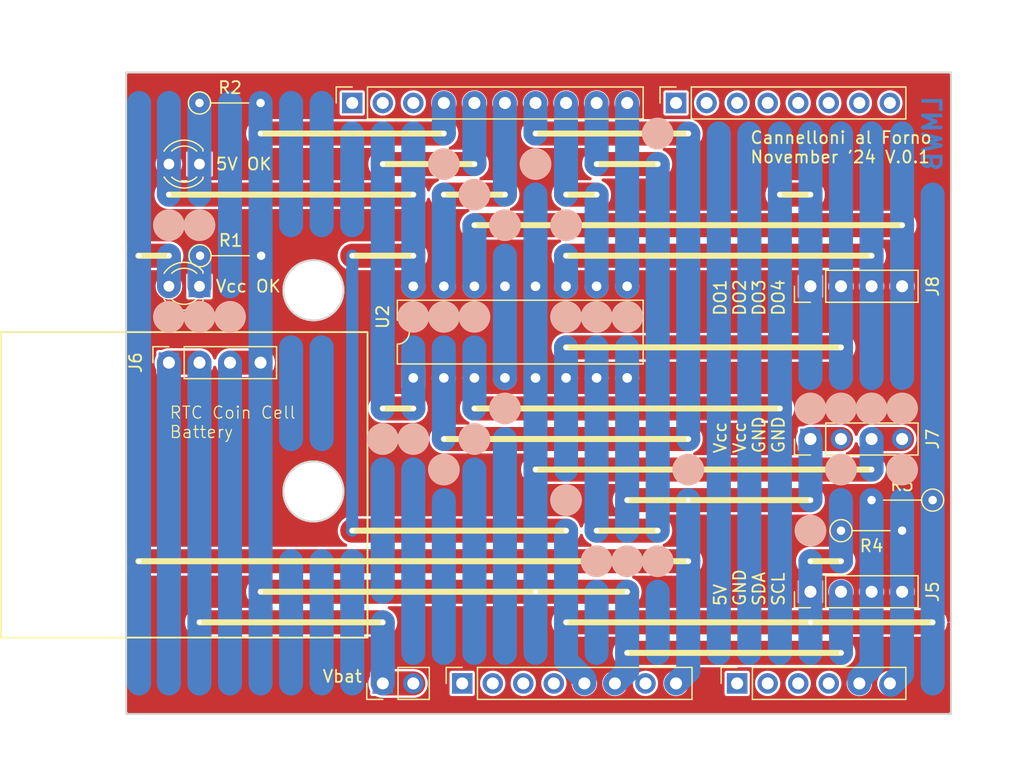
<source format=kicad_pcb>
(kicad_pcb (version 20240108) (generator "pcbnew") (generator_version "8.0")
  (title_block (title "Cannelloni al Forme") (date "2024-11-07") (rev "V.0.1") (company "LMWB"))
  (layers (0 "F.Cu" signal) (31 "B.Cu" signal) (34 "B.Paste" user) (35 "F.Paste" user) (36 "B.SilkS" user "B.Silkscreen") (37 "F.SilkS" user "F.Silkscreen") (38 "B.Mask" user) (39 "F.Mask" user) (44 "Edge.Cuts" user))
  (net 0 "")
  (net 1 "GND")
  (net 2 "+5V")
  (net 3 "/IOREF")
  (net 4 "/A0")
  (net 5 "/A1")
  (net 6 "/A2")
  (net 7 "/A3")
  (net 8 "/SDA{slash}A4")
  (net 9 "/SCL{slash}A5")
  (net 10 "/13")
  (net 11 "/12")
  (net 12 "/AREF")
  (net 13 "/8")
  (net 14 "/7")
  (net 15 "/*11")
  (net 16 "/*10")
  (net 17 "/*9")
  (net 18 "/4")
  (net 19 "Net-(D2-K)")
  (net 20 "/*6")
  (net 21 "/*5")
  (net 22 "/TX{slash}1")
  (net 23 "/RX{slash}0")
  (net 24 "+3V3")
  (net 25 "VCC")
  (net 26 "/~{RESET}")
  (net 28 "/2")
  (net 29 "/*3")
  (net 30 "/DO4")
  (net 31 "/DO1")
  (net 32 "/DO2")
  (net 33 "/DO3")
  (net 34 "VAA")
  (net 35 "Net-(D1-K)")
  (footprint "Connector_PinSocket_2.54mm:PinSocket_1x08_P2.54mm_Vertical" (layer "F.Cu") (at 72.644 76.2 90)
    (property "Reference" "J1" (hide yes))
    (property "Value" "Power")
    (fp_line (start 1.33 -1.33) (end 1.33 0) (stroke (width 0.12)) (layer "F.SilkS"))
    (fp_line (start 0 -1.33) (end 1.33 -1.33) (stroke (width 0.12)) (layer "F.SilkS"))
    (fp_line (start 1.33 1.27) (end 1.33 19.11) (stroke (width 0.12)) (layer "F.SilkS"))
    (fp_line (start -1.33 1.27) (end 1.33 1.27) (stroke (width 0.12)) (layer "F.SilkS"))
    (fp_line (start -1.33 1.27) (end -1.33 19.11) (stroke (width 0.12)) (layer "F.SilkS"))
    (fp_line (start -1.33 19.11) (end 1.33 19.11) (stroke (width 0.12)) (layer "F.SilkS"))
    (pad "1" thru_hole rect (at 0 0 90) (size 1.7 1.7) (drill 1) (layers "*.Cu" "*.Mask"))
    (pad "2" thru_hole oval (at 0 2.54 90) (size 1.7 1.7) (drill 1) (layers "*.Cu" "*.Mask") (net 3 "/IOREF"))
    (pad "3" thru_hole oval (at 0 5.08 90) (size 1.7 1.7) (drill 1) (layers "*.Cu" "*.Mask") (net 26 "/~{RESET}"))
    (pad "4" thru_hole oval (at 0 7.62 90) (size 1.7 1.7) (drill 1) (layers "*.Cu" "*.Mask") (net 24 "+3V3"))
    (pad "5" thru_hole oval (at 0 10.16 90) (size 1.7 1.7) (drill 1) (layers "*.Cu" "*.Mask") (net 2 "+5V"))
    (pad "6" thru_hole oval (at 0 12.7 90) (size 1.7 1.7) (drill 1) (layers "*.Cu" "*.Mask") (net 1 "GND"))
    (pad "7" thru_hole oval (at 0 15.24 90) (size 1.7 1.7) (drill 1) (layers "*.Cu" "*.Mask") (net 1 "GND"))
    (pad "8" thru_hole oval (at 0 17.78 90) (size 1.7 1.7) (drill 1) (layers "*.Cu" "*.Mask") (net 25 "VCC"))
  )
  (footprint "Connector_PinSocket_2.54mm:PinSocket_1x06_P2.54mm_Vertical" (layer "F.Cu") (at 95.504 76.2 90)
    (property "Reference" "J3" (hide yes))
    (property "Value" "Analog")
    (fp_line (start 1.33 -1.33) (end 1.33 0) (stroke (width 0.12)) (layer "F.SilkS"))
    (fp_line (start 0 -1.33) (end 1.33 -1.33) (stroke (width 0.12)) (layer "F.SilkS"))
    (fp_line (start 1.33 1.27) (end 1.33 14.03) (stroke (width 0.12)) (layer "F.SilkS"))
    (fp_line (start -1.33 1.27) (end 1.33 1.27) (stroke (width 0.12)) (layer "F.SilkS"))
    (fp_line (start -1.33 1.27) (end -1.33 14.03) (stroke (width 0.12)) (layer "F.SilkS"))
    (fp_line (start -1.33 14.03) (end 1.33 14.03) (stroke (width 0.12)) (layer "F.SilkS"))
    (pad "1" thru_hole rect (at 0 0 90) (size 1.7 1.7) (drill 1) (layers "*.Cu" "*.Mask") (net 4 "/A0"))
    (pad "2" thru_hole oval (at 0 2.54 90) (size 1.7 1.7) (drill 1) (layers "*.Cu" "*.Mask") (net 5 "/A1"))
    (pad "3" thru_hole oval (at 0 5.08 90) (size 1.7 1.7) (drill 1) (layers "*.Cu" "*.Mask") (net 6 "/A2"))
    (pad "4" thru_hole oval (at 0 7.62 90) (size 1.7 1.7) (drill 1) (layers "*.Cu" "*.Mask") (net 7 "/A3"))
    (pad "5" thru_hole oval (at 0 10.16 90) (size 1.7 1.7) (drill 1) (layers "*.Cu" "*.Mask") (net 8 "/SDA{slash}A4"))
    (pad "6" thru_hole oval (at 0 12.7 90) (size 1.7 1.7) (drill 1) (layers "*.Cu" "*.Mask") (net 9 "/SCL{slash}A5"))
  )
  (footprint "Connector_PinSocket_2.54mm:PinSocket_1x10_P2.54mm_Vertical" (layer "F.Cu") (at 63.5 27.94 90)
    (property "Reference" "J2" (hide yes))
    (property "Value" "Digital/PWM")
    (fp_line (start 1.33 -1.33) (end 1.33 0) (stroke (width 0.12)) (layer "F.SilkS"))
    (fp_line (start 0 -1.33) (end 1.33 -1.33) (stroke (width 0.12)) (layer "F.SilkS"))
    (fp_line (start 1.33 1.27) (end 1.33 24.19) (stroke (width 0.12)) (layer "F.SilkS"))
    (fp_line (start -1.33 1.27) (end 1.33 1.27) (stroke (width 0.12)) (layer "F.SilkS"))
    (fp_line (start -1.33 1.27) (end -1.33 24.19) (stroke (width 0.12)) (layer "F.SilkS"))
    (fp_line (start -1.33 24.19) (end 1.33 24.19) (stroke (width 0.12)) (layer "F.SilkS"))
    (pad "1" thru_hole rect (at 0 0 90) (size 1.7 1.7) (drill 1) (layers "*.Cu" "*.Mask") (net 9 "/SCL{slash}A5"))
    (pad "2" thru_hole oval (at 0 2.54 90) (size 1.7 1.7) (drill 1) (layers "*.Cu" "*.Mask") (net 8 "/SDA{slash}A4"))
    (pad "3" thru_hole oval (at 0 5.08 90) (size 1.7 1.7) (drill 1) (layers "*.Cu" "*.Mask") (net 12 "/AREF"))
    (pad "4" thru_hole oval (at 0 7.62 90) (size 1.7 1.7) (drill 1) (layers "*.Cu" "*.Mask") (net 1 "GND"))
    (pad "5" thru_hole oval (at 0 10.16 90) (size 1.7 1.7) (drill 1) (layers "*.Cu" "*.Mask") (net 10 "/13"))
    (pad "6" thru_hole oval (at 0 12.7 90) (size 1.7 1.7) (drill 1) (layers "*.Cu" "*.Mask") (net 11 "/12"))
    (pad "7" thru_hole oval (at 0 15.24 90) (size 1.7 1.7) (drill 1) (layers "*.Cu" "*.Mask") (net 15 "/*11"))
    (pad "8" thru_hole oval (at 0 17.78 90) (size 1.7 1.7) (drill 1) (layers "*.Cu" "*.Mask") (net 16 "/*10"))
    (pad "9" thru_hole oval (at 0 20.32 90) (size 1.7 1.7) (drill 1) (layers "*.Cu" "*.Mask") (net 17 "/*9"))
    (pad "10" thru_hole oval (at 0 22.86 90) (size 1.7 1.7) (drill 1) (layers "*.Cu" "*.Mask") (net 13 "/8"))
  )
  (footprint "Connector_PinSocket_2.54mm:PinSocket_1x08_P2.54mm_Vertical" (layer "F.Cu") (at 90.424 27.94 90)
    (property "Reference" "J4" (hide yes))
    (property "Value" "Digital/PWM")
    (fp_line (start 1.33 -1.33) (end 1.33 0) (stroke (width 0.12)) (layer "F.SilkS"))
    (fp_line (start 0 -1.33) (end 1.33 -1.33) (stroke (width 0.12)) (layer "F.SilkS"))
    (fp_line (start 1.33 1.27) (end 1.33 19.11) (stroke (width 0.12)) (layer "F.SilkS"))
    (fp_line (start -1.33 1.27) (end 1.33 1.27) (stroke (width 0.12)) (layer "F.SilkS"))
    (fp_line (start -1.33 1.27) (end -1.33 19.11) (stroke (width 0.12)) (layer "F.SilkS"))
    (fp_line (start -1.33 19.11) (end 1.33 19.11) (stroke (width 0.12)) (layer "F.SilkS"))
    (pad "1" thru_hole rect (at 0 0 90) (size 1.7 1.7) (drill 1) (layers "*.Cu" "*.Mask") (net 14 "/7"))
    (pad "2" thru_hole oval (at 0 2.54 90) (size 1.7 1.7) (drill 1) (layers "*.Cu" "*.Mask") (net 20 "/*6"))
    (pad "3" thru_hole oval (at 0 5.08 90) (size 1.7 1.7) (drill 1) (layers "*.Cu" "*.Mask") (net 21 "/*5"))
    (pad "4" thru_hole oval (at 0 7.62 90) (size 1.7 1.7) (drill 1) (layers "*.Cu" "*.Mask") (net 18 "/4"))
    (pad "5" thru_hole oval (at 0 10.16 90) (size 1.7 1.7) (drill 1) (layers "*.Cu" "*.Mask") (net 29 "/*3"))
    (pad "6" thru_hole oval (at 0 12.7 90) (size 1.7 1.7) (drill 1) (layers "*.Cu" "*.Mask") (net 28 "/2"))
    (pad "7" thru_hole oval (at 0 15.24 90) (size 1.7 1.7) (drill 1) (layers "*.Cu" "*.Mask") (net 22 "/TX{slash}1"))
    (pad "8" thru_hole oval (at 0 17.78 90) (size 1.7 1.7) (drill 1) (layers "*.Cu" "*.Mask") (net 23 "/RX{slash}0"))
  )
  (footprint "Connector_PinHeader_2.54mm:PinHeader_1x04_P2.54mm_Vertical" (layer "F.Cu") (at 101.6 68.58 90)
    (property "Reference" "J5" (at 0 10.16 90) (layer "F.SilkS"))
    (property "Value" "Conn_01x04")
    (fp_line (start -1.33 -1.33) (end 0 -1.33) (stroke (width 0.12)) (layer "F.SilkS"))
    (fp_line (start -1.33 0) (end -1.33 -1.33) (stroke (width 0.12)) (layer "F.SilkS"))
    (fp_line (start 1.33 1.27) (end 1.33 8.95) (stroke (width 0.12)) (layer "F.SilkS"))
    (fp_line (start -1.33 1.27) (end 1.33 1.27) (stroke (width 0.12)) (layer "F.SilkS"))
    (fp_line (start -1.33 1.27) (end -1.33 8.95) (stroke (width 0.12)) (layer "F.SilkS"))
    (fp_line (start -1.33 8.95) (end 1.33 8.95) (stroke (width 0.12)) (layer "F.SilkS"))
    (pad "1" thru_hole rect (at 0 0 90) (size 1.7 1.7) (drill 1) (layers "*.Cu" "*.Mask") (net 2 "+5V"))
    (pad "2" thru_hole oval (at 0 2.54 90) (size 1.7 1.7) (drill 1) (layers "*.Cu" "*.Mask") (net 1 "GND"))
    (pad "3" thru_hole oval (at 0 5.08 90) (size 1.7 1.7) (drill 1) (layers "*.Cu" "*.Mask") (net 8 "/SDA{slash}A4"))
    (pad "4" thru_hole oval (at 0 7.62 90) (size 1.7 1.7) (drill 1) (layers "*.Cu" "*.Mask") (net 9 "/SCL{slash}A5"))
  )
  (footprint "Connector_PinHeader_2.54mm:PinHeader_1x04_P2.54mm_Vertical" (layer "F.Cu") (at 101.6 43.18 90)
    (property "Reference" "J8" (at 0 10.16 90) (layer "F.SilkS"))
    (property "Value" "Conn_01x04")
    (fp_line (start -1.33 -1.33) (end 0 -1.33) (stroke (width 0.12)) (layer "F.SilkS"))
    (fp_line (start -1.33 0) (end -1.33 -1.33) (stroke (width 0.12)) (layer "F.SilkS"))
    (fp_line (start 1.33 1.270001) (end 1.33 8.95) (stroke (width 0.12)) (layer "F.SilkS"))
    (fp_line (start -1.33 1.270001) (end 1.33 1.270001) (stroke (width 0.12)) (layer "F.SilkS"))
    (fp_line (start -1.33 1.270001) (end -1.33 8.95) (stroke (width 0.12)) (layer "F.SilkS"))
    (fp_line (start -1.33 8.95) (end 1.33 8.95) (stroke (width 0.12)) (layer "F.SilkS"))
    (pad "1" thru_hole rect (at 0 0 90) (size 1.7 1.7) (drill 1) (layers "*.Cu" "*.Mask") (net 31 "/DO1"))
    (pad "2" thru_hole oval (at 0 2.54 90) (size 1.7 1.7) (drill 1) (layers "*.Cu" "*.Mask") (net 32 "/DO2"))
    (pad "3" thru_hole oval (at 0 5.079999 90) (size 1.7 1.7) (drill 1) (layers "*.Cu" "*.Mask") (net 33 "/DO3"))
    (pad "4" thru_hole oval (at 0 7.62 90) (size 1.7 1.7) (drill 1) (layers "*.Cu" "*.Mask") (net 30 "/DO4"))
  )
  (footprint "Resistor_THT:R_Axial_DIN0204_L3.6mm_D1.6mm_P5.08mm_Vertical" (layer "F.Cu") (at 50.85 40.64)
    (property "Reference" "R1" (at 2.54 -1.27 0) (layer "F.SilkS"))
    (property "Value" "10k")
    (fp_line (start 0.92 0) (end 4.08 0) (stroke (width 0.12)) (layer "F.SilkS"))
    (fp_circle (center 0 0) (end 0.92 0) (stroke (width 0.12)) (fill none) (layer "F.SilkS"))
    (pad "1" thru_hole circle (at 0 0) (size 1.4 1.4) (drill 0.7) (layers "*.Cu" "*.Mask") (net 35 "Net-(D1-K)"))
    (pad "2" thru_hole oval (at 5.079999 0) (size 1.4 1.4) (drill 0.7) (layers "*.Cu" "*.Mask") (net 1 "GND"))
  )
  (footprint "Package_DIP:DIP-16_W7.62mm" (layer "F.Cu") (at 68.58 50.8 90)
    (property "Reference" "U2" (at 5.08 -2.54 90) (layer "F.SilkS"))
    (property "Value" "L293D")
    (fp_line (start 6.46 -1.33) (end 4.810001 -1.33) (stroke (width 0.12)) (layer "F.SilkS"))
    (fp_line (start 2.81 -1.33) (end 1.16 -1.33) (stroke (width 0.12)) (layer "F.SilkS"))
    (fp_line (start 1.16 -1.33) (end 1.159999 19.11) (stroke (width 0.12)) (layer "F.SilkS"))
    (fp_line (start 6.46 19.11) (end 6.46 -1.33) (stroke (width 0.12)) (layer "F.SilkS"))
    (fp_line (start 1.159999 19.11) (end 6.46 19.11) (stroke (width 0.12)) (layer "F.SilkS"))
    (fp_arc (start 4.810001 -1.33) (mid 3.81 -0.329999) (end 2.81 -1.33) (stroke (width 0.12)) (layer "F.SilkS"))
    (pad "1" thru_hole rect (at 0 0 90) (size 1.6 1.6) (drill 0.8) (layers "*.Cu" "*.Mask") (net 10 "/13"))
    (pad "2" thru_hole oval (at 0 2.54 90) (size 1.6 1.6) (drill 0.8) (layers "*.Cu" "*.Mask") (net 15 "/*11"))
    (pad "3" thru_hole oval (at 0 5.079999 90) (size 1.6 1.6) (drill 0.8) (layers "*.Cu" "*.Mask") (net 31 "/DO1"))
    (pad "4" thru_hole oval (at 0 7.62 90) (size 1.6 1.6) (drill 0.8) (layers "*.Cu" "*.Mask") (net 1 "GND"))
    (pad "5" thru_hole oval (at 0 10.16 90) (size 1.6 1.6) (drill 0.8) (layers "*.Cu" "*.Mask") (net 1 "GND"))
    (pad "6" thru_hole oval (at 0 12.7 90) (size 1.6 1.6) (drill 0.8) (layers "*.Cu" "*.Mask") (net 32 "/DO2"))
    (pad "7" thru_hole oval (at 0 15.24 90) (size 1.6 1.6) (drill 0.8) (layers "*.Cu" "*.Mask") (net 17 "/*9"))
    (pad "8" thru_hole oval (at 0 17.780001 90) (size 1.6 1.6) (drill 0.8) (layers "*.Cu" "*.Mask") (net 25 "VCC"))
    (pad "9" thru_hole oval (at 7.62 17.78 90) (size 1.6 1.6) (drill 0.8) (layers "*.Cu" "*.Mask") (net 13 "/8"))
    (pad "10" thru_hole oval (at 7.62 15.24 90) (size 1.6 1.6) (drill 0.8) (layers "*.Cu" "*.Mask") (net 16 "/*10"))
    (pad "11" thru_hole oval (at 7.62 12.7 90) (size 1.6 1.6) (drill 0.8) (layers "*.Cu" "*.Mask") (net 33 "/DO3"))
    (pad "12" thru_hole oval (at 7.62 10.16 90) (size 1.6 1.6) (drill 0.8) (layers "*.Cu" "*.Mask") (net 1 "GND"))
    (pad "13" thru_hole oval (at 7.62 7.62 90) (size 1.6 1.6) (drill 0.8) (layers "*.Cu" "*.Mask") (net 1 "GND"))
    (pad "14" thru_hole oval (at 7.62 5.08 90) (size 1.6 1.6) (drill 0.8) (layers "*.Cu" "*.Mask") (net 30 "/DO4"))
    (pad "15" thru_hole oval (at 7.62 2.54 90) (size 1.6 1.6) (drill 0.8) (layers "*.Cu" "*.Mask") (net 11 "/12"))
    (pad "16" thru_hole oval (at 7.62 0 90) (size 1.6 1.6) (drill 0.8) (layers "*.Cu" "*.Mask") (net 2 "+5V"))
  )
  (footprint "Resistor_THT:R_Axial_DIN0204_L3.6mm_D1.6mm_P5.08mm_Vertical" (layer "F.Cu") (at 50.8 27.94)
    (property "Reference" "R2" (at 2.54 -1.27 0) (layer "F.SilkS"))
    (property "Value" "3k3")
    (fp_line (start 0.92 0) (end 4.08 0) (stroke (width 0.12)) (layer "F.SilkS"))
    (fp_circle (center 0 0) (end 0.92 0) (stroke (width 0.12)) (fill none) (layer "F.SilkS"))
    (pad "1" thru_hole circle (at 0 0) (size 1.4 1.4) (drill 0.7) (layers "*.Cu" "*.Mask") (net 19 "Net-(D2-K)"))
    (pad "2" thru_hole oval (at 5.079999 0) (size 1.4 1.4) (drill 0.7) (layers "*.Cu" "*.Mask") (net 1 "GND"))
  )
  (footprint "Connector_PinHeader_2.54mm:PinHeader_1x02_P2.54mm_Vertical" (layer "F.Cu") (at 66.04 76.2 90)
    (property "Reference" "J9" (hide yes))
    (property "Value" "Conn_01x02" (hide yes))
    (fp_line (start -1.33 -1.33) (end 0 -1.33) (stroke (width 0.12)) (layer "F.SilkS"))
    (fp_line (start -1.33 0) (end -1.33 -1.33) (stroke (width 0.12)) (layer "F.SilkS"))
    (fp_line (start 1.33 1.270001) (end 1.33 3.87) (stroke (width 0.12)) (layer "F.SilkS"))
    (fp_line (start -1.33 1.270001) (end 1.33 1.270001) (stroke (width 0.12)) (layer "F.SilkS"))
    (fp_line (start -1.33 1.270001) (end -1.33 3.87) (stroke (width 0.12)) (layer "F.SilkS"))
    (fp_line (start -1.33 3.87) (end 1.33 3.87) (stroke (width 0.12)) (layer "F.SilkS"))
    (pad "1" thru_hole rect (at 0 0 90) (size 1.7 1.7) (drill 1) (layers "*.Cu" "*.Mask") (net 34 "VAA"))
    (pad "2" thru_hole oval (at 0 2.54 90) (size 1.7 1.7) (drill 1) (layers "*.Cu" "*.Mask") (net 34 "VAA"))
  )
  (footprint "LED_THT:LED_D3.0mm_Clear" (layer "F.Cu") (at 50.8 33.02 180)
    (property "Reference" "D2" (hide yes))
    (property "Value" "LED_YE")
    (fp_line (start -0.29 1.08) (end -0.29 1.236) (stroke (width 0.12)) (layer "F.SilkS"))
    (fp_line (start -0.29 -1.236) (end -0.29 -1.08) (stroke (width 0.12)) (layer "F.SilkS"))
    (fp_arc (start 2.942335 1.078608) (mid 1.366487 1.987659) (end -0.29 1.235516) (stroke (width 0.12)) (layer "F.SilkS"))
    (fp_arc (start 2.31113 1.079837) (mid 1.270117 1.5) (end 0.229039 1.08) (stroke (width 0.12)) (layer "F.SilkS"))
    (fp_arc (start 0.229039 -1.08) (mid 1.270117 -1.5) (end 2.31113 -1.079837) (stroke (width 0.12)) (layer "F.SilkS"))
    (fp_arc (start -0.29 -1.235516) (mid 1.366487 -1.987659) (end 2.942335 -1.078608) (stroke (width 0.12)) (layer "F.SilkS"))
    (pad "1" thru_hole rect (at 0 0 180) (size 1.8 1.8) (drill 0.9) (layers "*.Cu" "*.Mask") (net 19 "Net-(D2-K)"))
    (pad "2" thru_hole circle (at 2.54 0 180) (size 1.8 1.8) (drill 0.9) (layers "*.Cu" "*.Mask") (net 2 "+5V"))
  )
  (footprint "Resistor_THT:R_Axial_DIN0204_L3.6mm_D1.6mm_P5.08mm_Vertical" (layer "F.Cu") (at 111.76 60.96 180)
    (property "Reference" "R3" (at 2.54 1.27 0) (layer "F.SilkS"))
    (property "Value" "10k")
    (fp_line (start 0.92 0) (end 4.08 0) (stroke (width 0.12)) (layer "F.SilkS"))
    (fp_circle (center 0 0) (end 0.92 0) (stroke (width 0.12)) (fill none) (layer "F.SilkS"))
    (pad "1" thru_hole circle (at 0 0 180) (size 1.4 1.4) (drill 0.7) (layers "*.Cu" "*.Mask") (net 2 "+5V"))
    (pad "2" thru_hole oval (at 5.079999 0 180) (size 1.4 1.4) (drill 0.7) (layers "*.Cu" "*.Mask") (net 8 "/SDA{slash}A4"))
  )
  (footprint "Resistor_THT:R_Axial_DIN0204_L3.6mm_D1.6mm_P5.08mm_Vertical" (layer "F.Cu") (at 104.14 63.5)
    (property "Reference" "R4" (at 2.54 1.27 0) (layer "F.SilkS"))
    (property "Value" "10k")
    (fp_line (start 0.92 0) (end 4.08 0) (stroke (width 0.12)) (layer "F.SilkS"))
    (fp_circle (center 0 0) (end 0.92 0) (stroke (width 0.12)) (fill none) (layer "F.SilkS"))
    (pad "1" thru_hole circle (at 0 0) (size 1.4 1.4) (drill 0.7) (layers "*.Cu" "*.Mask") (net 2 "+5V"))
    (pad "2" thru_hole oval (at 5.08 0) (size 1.4 1.4) (drill 0.7) (layers "*.Cu" "*.Mask") (net 9 "/SCL{slash}A5"))
  )
  (footprint "LED_THT:LED_D3.0mm_Clear" (layer "F.Cu") (at 50.8 43.18 180)
    (property "Reference" "D1" (hide yes))
    (property "Value" "LED_YE")
    (fp_line (start -0.29 1.08) (end -0.29 1.236) (stroke (width 0.12)) (layer "F.SilkS"))
    (fp_line (start -0.29 -1.236) (end -0.29 -1.08) (stroke (width 0.12)) (layer "F.SilkS"))
    (fp_arc (start 2.942335 1.078608) (mid 1.366487 1.987659) (end -0.29 1.235516) (stroke (width 0.12)) (layer "F.SilkS"))
    (fp_arc (start 2.31113 1.079837) (mid 1.270117 1.5) (end 0.229039 1.08) (stroke (width 0.12)) (layer "F.SilkS"))
    (fp_arc (start 0.229039 -1.08) (mid 1.270117 -1.5) (end 2.31113 -1.079837) (stroke (width 0.12)) (layer "F.SilkS"))
    (fp_arc (start -0.29 -1.235516) (mid 1.366487 -1.987659) (end 2.942335 -1.078608) (stroke (width 0.12)) (layer "F.SilkS"))
    (pad "1" thru_hole rect (at 0 0 180) (size 1.8 1.8) (drill 0.9) (layers "*.Cu" "*.Mask") (net 35 "Net-(D1-K)"))
    (pad "2" thru_hole circle (at 2.54 0 180) (size 1.8 1.8) (drill 0.9) (layers "*.Cu" "*.Mask") (net 25 "VCC"))
  )
  (footprint "Connector_PinSocket_2.54mm:PinSocket_1x04_P2.54mm_Vertical" (layer "F.Cu") (at 48.260001 49.53 90)
    (property "Reference" "J6" (at 0 -2.77 90) (layer "F.SilkS"))
    (property "Value" "Conn_01x04")
    (fp_line (start 1.33 -1.33) (end 1.33 0) (stroke (width 0.12)) (layer "F.SilkS"))
    (fp_line (start 0 -1.33) (end 1.33 -1.33) (stroke (width 0.12)) (layer "F.SilkS"))
    (fp_line (start 1.33 1.270001) (end 1.33 8.95) (stroke (width 0.12)) (layer "F.SilkS"))
    (fp_line (start -1.33 1.270001) (end 1.33 1.270001) (stroke (width 0.12)) (layer "F.SilkS"))
    (fp_line (start -1.33 1.270001) (end -1.33 8.95) (stroke (width 0.12)) (layer "F.SilkS"))
    (fp_line (start -1.33 8.95) (end 1.33 8.95) (stroke (width 0.12)) (layer "F.SilkS"))
    (pad "1" thru_hole rect (at 0 0 90) (size 1.7 1.7) (drill 1) (layers "*.Cu" "*.Mask") (net 34 "VAA"))
    (pad "2" thru_hole oval (at 0 2.54 90) (size 1.7 1.7) (drill 1) (layers "*.Cu" "*.Mask") (net 34 "VAA"))
    (pad "3" thru_hole oval (at 0 5.079999 90) (size 1.7 1.7) (drill 1) (layers "*.Cu" "*.Mask") (net 1 "GND"))
    (pad "4" thru_hole oval (at 0 7.62 90) (size 1.7 1.7) (drill 1) (layers "*.Cu" "*.Mask") (net 1 "GND"))
  )
  (footprint "Connector_PinHeader_2.54mm:PinHeader_1x04_P2.54mm_Vertical" (layer "F.Cu") (at 101.6 55.88 90)
    (property "Reference" "J7" (at 0 10.16 90) (layer "F.SilkS"))
    (property "Value" "Conn_01x04")
    (fp_line (start -1.33 -1.33) (end 0 -1.33) (stroke (width 0.12)) (layer "F.SilkS"))
    (fp_line (start -1.33 0) (end -1.33 -1.33) (stroke (width 0.12)) (layer "F.SilkS"))
    (fp_line (start 1.33 1.270001) (end 1.33 8.95) (stroke (width 0.12)) (layer "F.SilkS"))
    (fp_line (start -1.33 1.270001) (end 1.33 1.270001) (stroke (width 0.12)) (layer "F.SilkS"))
    (fp_line (start -1.33 1.270001) (end -1.33 8.95) (stroke (width 0.12)) (layer "F.SilkS"))
    (fp_line (start -1.33 8.95) (end 1.33 8.95) (stroke (width 0.12)) (layer "F.SilkS"))
    (pad "1" thru_hole rect (at 0 0 90) (size 1.7 1.7) (drill 1) (layers "*.Cu" "*.Mask") (net 25 "VCC"))
    (pad "2" thru_hole oval (at 0 2.54 90) (size 1.7 1.7) (drill 1) (layers "*.Cu" "*.Mask") (net 25 "VCC"))
    (pad "3" thru_hole oval (at 0 5.079999 90) (size 1.7 1.7) (drill 1) (layers "*.Cu" "*.Mask") (net 1 "GND"))
    (pad "4" thru_hole oval (at 0 7.62 90) (size 1.7 1.7) (drill 1) (layers "*.Cu" "*.Mask") (net 1 "GND"))
  )
  (gr_line (start 99.06 35.56) (end 101.6 35.56) (stroke (width 0.15)) (layer "F.Cu") (net 31))
  (gr_circle (center 86.36 66.04) (end 87.63 66.04) (stroke (width 0.1)) (fill solid) (layer "B.SilkS"))
  (gr_circle (center 71.12 58.42) (end 72.39 58.42) (stroke (width 0.1)) (fill solid) (layer "B.SilkS"))
  (gr_circle (center 76.2 38.1) (end 77.47 38.1) (stroke (width 0.1)) (fill solid) (layer "B.SilkS"))
  (gr_circle (center 68.58 55.88) (end 69.85 55.88) (stroke (width 0.1)) (fill solid) (layer "B.SilkS"))
  (gr_circle (center 53.34 45.72) (end 54.61 45.72) (stroke (width 0.1)) (fill solid) (layer "B.SilkS"))
  (gr_circle (center 88.9 30.48) (end 90.17 30.48) (stroke (width 0.1)) (fill solid) (layer "B.SilkS"))
  (gr_circle (center 73.66 45.72) (end 74.93 45.72) (stroke (width 0.1)) (fill solid) (layer "B.SilkS"))
  (gr_circle (center 88.9 66.04) (end 90.17 66.04) (stroke (width 0.1)) (fill solid) (layer "B.SilkS"))
  (gr_circle (center 71.12 45.72) (end 72.39 45.72) (stroke (width 0.1)) (fill solid) (layer "B.SilkS"))
  (gr_circle (center 106.68 53.34) (end 107.95 53.34) (stroke (width 0.1)) (fill solid) (layer "B.SilkS"))
  (gr_circle (center 50.8 45.72) (end 52.07 45.72) (stroke (width 0.1)) (fill solid) (layer "B.SilkS"))
  (gr_circle (center 91.44 58.42) (end 92.71 58.42) (stroke (width 0.1)) (fill solid) (layer "B.SilkS"))
  (gr_circle (center 73.66 35.56) (end 74.93 35.56) (stroke (width 0.1)) (fill solid) (layer "B.SilkS"))
  (gr_circle (center 48.26 45.72) (end 49.53 45.72) (stroke (width 0.1)) (fill solid) (layer "B.SilkS"))
  (gr_circle (center 81.28 60.96) (end 82.55 60.96) (stroke (width 0.1)) (fill solid) (layer "B.SilkS"))
  (gr_circle (center 101.6 63.5) (end 102.87 63.5) (stroke (width 0.1)) (fill solid) (layer "B.SilkS"))
  (gr_circle (center 109.22 53.34) (end 110.49 53.34) (stroke (width 0.1)) (fill solid) (layer "B.SilkS"))
  (gr_circle (center 83.82 66.04) (end 85.09 66.04) (stroke (width 0.1)) (fill solid) (layer "B.SilkS"))
  (gr_circle (center 66.04 55.88) (end 67.31 55.88) (stroke (width 0.1)) (fill solid) (layer "B.SilkS"))
  (gr_circle (center 104.14 58.42) (end 105.41 58.42) (stroke (width 0.1)) (fill solid) (layer "B.SilkS"))
  (gr_circle (center 86.36 45.72) (end 87.63 45.72) (stroke (width 0.1)) (fill solid) (layer "B.SilkS"))
  (gr_circle (center 78.74 33.02) (end 80.01 33.02) (stroke (width 0.1)) (fill solid) (layer "B.SilkS"))
  (gr_circle (center 50.8 38.1) (end 52.07 38.1) (stroke (width 0.1)) (fill solid) (layer "B.SilkS"))
  (gr_circle (center 48.26 38.1) (end 49.53 38.1) (stroke (width 0.1)) (fill solid) (layer "B.SilkS"))
  (gr_circle (center 104.14 53.34) (end 105.41 53.34) (stroke (width 0.1)) (fill solid) (layer "B.SilkS"))
  (gr_circle (center 81.28 45.72) (end 82.55 45.72) (stroke (width 0.1)) (fill solid) (layer "B.SilkS"))
  (gr_circle (center 76.2 53.34) (end 77.47 53.34) (stroke (width 0.1)) (fill solid) (layer "B.SilkS"))
  (gr_circle (center 83.82 45.72) (end 85.09 45.72) (stroke (width 0.1)) (fill solid) (layer "B.SilkS"))
  (gr_circle (center 73.66 55.88) (end 74.93 55.88) (stroke (width 0.1)) (fill solid) (layer "B.SilkS"))
  (gr_circle (center 101.6 53.34) (end 102.87 53.34) (stroke (width 0.1)) (fill solid) (layer "B.SilkS"))
  (gr_circle (center 68.58 45.72) (end 69.85 45.72) (stroke (width 0.1)) (fill solid) (layer "B.SilkS"))
  (gr_circle (center 81.28 38.1) (end 82.55 38.1) (stroke (width 0.1)) (fill solid) (layer "B.SilkS"))
  (gr_circle (center 71.12 33.02) (end 72.39 33.02) (stroke (width 0.1)) (fill solid) (layer "B.SilkS"))
  (gr_circle (center 109.22 58.42) (end 110.49 58.42) (stroke (width 0.1)) (fill solid) (layer "B.SilkS"))
  (gr_line (start 86.36 68.58) (end 55.88 68.58) (stroke (width 0.5)) (layer "F.SilkS"))
  (gr_line (start 71.12 35.56) (end 76.2 35.56) (stroke (width 0.5)) (layer "F.SilkS"))
  (gr_line (start 101.6 71.12) (end 81.28 71.12) (stroke (width 0.5)) (layer "F.SilkS"))
  (gr_line (start 104.14 48.26) (end 81.28 48.26) (stroke (width 0.5)) (layer "F.SilkS"))
  (gr_line (start 81.28 35.56) (end 83.82 35.56) (stroke (width 0.5)) (layer "F.SilkS"))
  (gr_line (start 68.58 53.34) (end 66.04 53.34) (stroke (width 0.5)) (layer "F.SilkS"))
  (gr_line (start 88.9 63.5) (end 83.82 63.5) (stroke (width 0.5)) (layer "F.SilkS"))
  (gr_poly (pts (xy 34.29 72.39) (xy 34.29 46.99) (xy 64.77 46.99) (xy 64.77 72.390001)) (stroke (width 0.15)) (fill none) (layer "F.SilkS"))
  (gr_line (start 48.26 40.64) (end 45.72 40.64) (stroke (width 0.5)) (layer "F.SilkS"))
  (gr_line (start 104.14 66.04) (end 101.6 66.04) (stroke (width 0.5)) (layer "F.SilkS"))
  (gr_line (start 78.74 30.48) (end 91.44 30.48) (stroke (width 0.5)) (layer "F.SilkS"))
  (gr_line (start 66.04 71.12) (end 50.8 71.12) (stroke (width 0.5)) (layer "F.SilkS"))
  (gr_line (start 111.76 71.12) (end 101.6 71.12) (stroke (width 0.5)) (layer "F.SilkS"))
  (gr_line (start 68.58 40.64) (end 63.5 40.64) (stroke (width 0.5)) (layer "F.SilkS"))
  (gr_line (start 106.68 40.64) (end 81.28 40.64) (stroke (width 0.5)) (layer "F.SilkS"))
  (gr_line (start 81.28 63.5) (end 63.5 63.5) (stroke (width 0.5)) (layer "F.SilkS"))
  (gr_line (start 99.06 53.34) (end 73.66 53.34) (stroke (width 0.5)) (layer "F.SilkS"))
  (gr_line (start 68.58 35.56) (end 48.26 35.56) (stroke (width 0.5)) (layer "F.SilkS"))
  (gr_line (start 66.04 33.02) (end 73.66 33.02) (stroke (width 0.5)) (layer "F.SilkS"))
  (gr_line (start 101.6 60.96) (end 86.36 60.96) (stroke (width 0.5)) (layer "F.SilkS"))
  (gr_line (start 91.44 66.04) (end 45.72 66.04) (stroke (width 0.5)) (layer "F.SilkS"))
  (gr_line (start 91.44 55.88) (end 71.12 55.88) (stroke (width 0.5)) (layer "F.SilkS"))
  (gr_line (start 55.88 30.48) (end 71.12 30.48) (stroke (width 0.5)) (layer "F.SilkS"))
  (gr_line (start 99.06 35.56) (end 101.6 35.56) (stroke (width 0.5)) (layer "F.SilkS"))
  (gr_line (start 83.82 33.02) (end 88.9 33.02) (stroke (width 0.5)) (layer "F.SilkS"))
  (gr_line (start 104.14 73.66) (end 86.36 73.66) (stroke (width 0.5)) (layer "F.SilkS"))
  (gr_line (start 106.68 58.42) (end 78.74 58.42) (stroke (width 0.5)) (layer "F.SilkS"))
  (gr_line (start 109.22 38.1) (end 73.66 38.1) (stroke (width 0.5)) (layer "F.SilkS"))
  (gr_circle (center 60.274 43.51) (end 62.774 43.51) (stroke (width 0.15)) (fill none) (layer "Edge.Cuts"))
  (gr_rect (start 44.7038 25.3998) (end 113.2838 78.7398) (stroke (width 0.15)) (fill none) (layer "Edge.Cuts"))
  (gr_circle (center 60.274 60.24) (end 62.774 60.24) (stroke (width 0.15)) (fill none) (layer "Edge.Cuts"))
  (gr_text "LMWB" (at 111.76 30.48 90) (layer "B.Cu") (effects (font (size 1.5 1.5) (thickness 0.3)) (justify mirror)))
  (gr_text "5V OK" (at 52.07 33.02 0) (layer "F.SilkS") (effects (font (size 1 1)) (justify left)))
  (gr_text "Cannelloni al Forno\nNovember '24 V.0.1" (at 96.52 33.02 0) (layer "F.SilkS") (effects (font (size 1 1)) (justify left bottom)))
  (gr_text "Vbat" (at 60.96 76.2 0) (layer "F.SilkS") (effects (font (size 1 1)) (justify left bottom)))
  (gr_text "RTC Coin Cell\nBattery " (at 48.26 55.88 0) (layer "F.SilkS") (effects (font (size 1 1) (thickness 0.1)) (justify left bottom)))
  (gr_text "Vcc OK" (at 52.07 43.18 0) (layer "F.SilkS") (effects (font (size 1 1)) (justify left)))
  (gr_text "Vcc\nVcc\nGND\nGND" (at 96.52 57.15 90) (layer "F.SilkS") (effects (font (size 1 1)) (justify left)))
  (gr_text "DO1\nDO2\nDO3\nDO4" (at 96.52 45.72 90) (layer "F.SilkS") (effects (font (size 1 1)) (justify left)))
  (gr_text "5V\nGND\nSDA\nSCL" (at 96.52 69.85 90) (layer "F.SilkS") (effects (font (size 1 1)) (justify left)))
  (segment (start 60.96 48.26) (end 60.96 55.88) (width 2) (layer "B.Cu") (net 0))
  (segment (start 71.12 60.96) (end 71.12 73.66) (width 2) (layer "B.Cu") (net 0))
  (segment (start 60.96 76.2) (end 60.96 66.04) (width 2) (layer "B.Cu") (net 0))
  (segment (start 58.42 48.26) (end 58.42 55.88) (width 2) (layer "B.Cu") (net 0))
  (segment (start 63.5 30.48) (end 63.5 38.1) (width 2) (layer "B.Cu") (net 0))
  (segment (start 93.98 30.48) (end 93.98 73.66) (width 2) (layer "B.Cu") (net 0))
  (segment (start 53.34 27.94) (end 53.34 43.18) (width 2) (layer "B.Cu") (net 0))
  (segment (start 76.2 55.88) (end 76.2 73.66) (width 2) (layer "B.Cu") (net 0))
  (segment (start 68.58 58.42) (end 68.58 73.66) (width 2) (layer "B.Cu") (net 0))
  (segment (start 83.82 68.58) (end 83.82 73.66) (width 2) (layer "B.Cu") (net 0))
  (segment (start 66.04 58.42) (end 66.04 68.58) (width 2) (layer "B.Cu") (net 0))
  (segment (start 58.42 66.04) (end 58.42 76.2) (width 2) (layer "B.Cu") (net 0))
  (segment (start 73.66 58.42) (end 73.66 73.66) (width 2) (layer "B.Cu") (net 0))
  (segment (start 58.42 27.94) (end 58.42 38.1) (width 2) (layer "B.Cu") (net 0))
  (segment (start 96.52 30.48) (end 96.52 73.66) (width 2) (layer "B.Cu") (net 0))
  (segment (start 60.96 27.94) (end 60.96 38.1) (width 2) (layer "B.Cu") (net 0))
  (segment (start 88.9 68.58) (end 88.9 73.66) (width 2) (layer "B.Cu") (net 0))
  (segment (start 63.5 66.04) (end 63.5 76.2) (width 2) (layer "B.Cu") (net 0))
  (segment (start 86.36 68.58) (end 78.74 68.58) (width 2) (layer "F.Cu") (net 1))
  (segment (start 53.34 49.53) (end 55.880001 49.53) (width 2) (layer "F.Cu") (net 1))
  (segment (start 86.36 73.66) (end 104.14 73.66) (width 2) (layer "F.Cu") (net 1))
  (segment (start 55.88 68.58) (end 78.74 68.58) (width 2) (layer "F.Cu") (net 1))
  (segment (start 109.22 55.88) (end 106.679999 55.88) (width 2) (layer "F.Cu") (net 1))
  (segment (start 71.12 30.48) (end 55.88 30.48) (width 2) (layer "F.Cu") (net 1))
  (segment (start 78.74 58.42) (end 106.68 58.42) (width 2) (layer "F.Cu") (net 1))
  (via (at 86.36 73.66) (size 0.8) (drill 0.4) (layers "F.Cu" "B.Cu") (net 1))
  (via (at 78.74 68.58) (size 0.8) (drill 0.4) (layers "F.Cu" "B.Cu") (net 1))
  (via (at 55.88 30.48) (size 0.8) (drill 0.4) (layers "F.Cu" "B.Cu") (net 1))
  (via (at 106.68 58.42) (size 0.8) (drill 0.4) (layers "F.Cu" "B.Cu") (net 1))
  (via (at 104.14 73.66) (size 0.8) (drill 0.4) (layers "F.Cu" "B.Cu") (net 1))
  (via (at 71.12 30.48) (size 0.8) (drill 0.4) (layers "F.Cu" "B.Cu") (net 1))
  (via (at 55.88 68.58) (size 0.8) (drill 0.4) (layers "F.Cu" "B.Cu") (net 1))
  (via (at 86.36 68.58) (size 0.8) (drill 0.4) (layers "F.Cu" "B.Cu") (net 1))
  (via (at 78.74 58.42) (size 0.8) (drill 0.4) (layers "F.Cu" "B.Cu") (net 1))
  (segment (start 86.36 73.66) (end 86.36 68.58) (width 2) (layer "B.Cu") (net 1))
  (segment (start 104.14 73.66) (end 104.14 68.58) (width 2) (layer "B.Cu") (net 1))
  (segment (start 78.74 58.42) (end 78.74 73.66) (width 2) (layer "B.Cu") (net 1))
  (segment (start 106.68 55.880001) (end 106.679999 55.88) (width 2) (layer "B.Cu") (net 1))
  (segment (start 55.88 30.48) (end 55.88 27.94) (width 2) (layer "B.Cu") (net 1))
  (segment (start 78.74 50.8) (end 78.74 58.42) (width 2) (layer "B.Cu") (net 1))
  (segment (start 76.2 43.18) (end 76.2 40.64) (width 2) (layer "B.Cu") (net 1))
  (segment (start 76.2 43.18) (end 76.2 50.8) (width 2) (layer "B.Cu") (net 1))
  (segment (start 78.74 35.56) (end 78.74 50.8) (width 2) (layer "B.Cu") (net 1))
  (segment (start 86.36 75.184) (end 85.344 76.2) (width 2) (layer "B.Cu") (net 1))
  (segment (start 71.12 27.94) (end 71.12 30.48) (width 2) (layer "B.Cu") (net 1))
  (segment (start 86.36 73.66) (end 86.36 75.184) (width 2) (layer "B.Cu") (net 1))
  (segment (start 53.34 49.53) (end 53.34 76.2) (width 2) (layer "B.Cu") (net 1))
  (segment (start 106.68 58.42) (end 106.68 55.880001) (width 2) (layer "B.Cu") (net 1))
  (segment (start 55.88 76.2) (end 55.88 30.48) (width 2) (layer "B.Cu") (net 1))
  (segment (start 68.58 40.64) (end 63.5 40.64) (width 2) (layer "F.Cu") (net 2))
  (segment (start 104.14 66.04) (end 101.6 66.04) (width 2) (layer "F.Cu") (net 2))
  (segment (start 68.58 35.56) (end 48.26 35.56) (width 2) (layer "F.Cu") (net 2))
  (segment (start 81.28 71.12) (end 101.6 71.12) (width 2) (layer "F.Cu") (net 2))
  (segment (start 63.5 63.5) (end 81.28 63.5) (width 2) (layer "F.Cu") (net 2))
  (segment (start 101.6 71.12) (end 111.76 71.12) (width 2) (layer "F.Cu") (net 2))
  (via (at 68.58 35.56) (size 0.8) (drill 0.4) (layers "F.Cu" "B.Cu") (net 2))
  (via (at 111.76 71.12) (size 0.8) (drill 0.4) (layers "F.Cu" "B.Cu") (net 2))
  (via (at 48.26 35.56) (size 0.8) (drill 0.4) (layers "F.Cu" "B.Cu") (net 2))
  (via (at 63.5 40.64) (size 0.8) (drill 0.4) (layers "F.Cu" "B.Cu") (net 2))
  (via (at 81.28 63.5) (size 0.8) (drill 0.4) (layers "F.Cu" "B.Cu") (net 2))
  (via (at 101.6 66.04) (size 0.8) (drill 0.4) (layers "F.Cu" "B.Cu") (net 2))
  (via (at 81.28 71.12) (size 0.8) (drill 0.4) (layers "F.Cu" "B.Cu") (net 2))
  (via (at 63.5 63.5) (size 0.8) (drill 0.4) (layers "F.Cu" "B.Cu") (net 2))
  (via (at 68.58 40.64) (size 0.8) (drill 0.4) (layers "F.Cu" "B.Cu") (net 2))
  (via (at 104.14 66.04) (size 0.8) (drill 0.4) (layers "F.Cu" "B.Cu") (net 2))
  (via (at 101.6 71.12) (size 0.8) (drill 0.4) (layers "F.Cu" "B.Cu") (net 2))
  (segment (start 104.14 66.04) (end 104.14 60.96) (width 2) (layer "B.Cu") (net 2))
  (segment (start 82.804 75.840862) (end 82.804 76.2) (width 2) (layer "B.Cu") (net 2))
  (segment (start 48.26 35.56) (end 48.26 27.94) (width 2) (layer "B.Cu") (net 2))
  (segment (start 81.28 63.5) (end 81.28 71.12) (width 2) (layer "B.Cu") (net 2))
  (segment (start 101.6 73.66) (end 101.6 68.58) (width 2) (layer "B.Cu") (net 2))
  (segment (start 81.28 71.12) (end 81.28 74.316862) (width 2) (layer "B.Cu") (net 2))
  (segment (start 63.5 40.64) (end 63.5 63.5) (width 1) (layer "B.Cu") (net 2))
  (segment (start 68.58 43.18) (end 68.58 30.48) (width 2) (layer "B.Cu") (net 2))
  (segment (start 81.28 74.316862) (end 82.804 75.840862) (width 2) (layer "B.Cu") (net 2))
  (segment (start 101.6 66.04) (end 101.6 68.58) (width 2) (layer "B.Cu") (net 2))
  (segment (start 111.76 76.2) (end 111.76 35.56) (width 2) (layer "B.Cu") (net 2))
  (segment (start 106.680001 60.96) (end 106.680001 68.579999) (width 2) (layer "B.Cu") (net 8))
  (segment (start 105.664 75.840862) (end 105.664 76.2) (width 2) (layer "B.Cu") (net 8))
  (segment (start 106.680001 68.579999) (end 106.68 68.58) (width 2) (layer "B.Cu") (net 8))
  (segment (start 106.68 74.824862) (end 105.664 75.840862) (width 2) (layer "B.Cu") (net 8))
  (segment (start 106.68 68.58) (end 106.68 74.824862) (width 2) (layer "B.Cu") (net 8))
  (segment (start 109.22 75.396132) (end 108.310066 76.306066) (width 2) (layer "B.Cu") (net 9))
  (segment (start 109.22 60.96) (end 109.22 68.58) (width 2) (layer "B.Cu") (net 9))
  (segment (start 109.22 68.58) (end 109.22 75.396132) (width 2) (layer "B.Cu") (net 9))
  (segment (start 66.04 33.02) (end 73.66 33.02) (width 2) (layer "F.Cu") (net 10))
  (segment (start 68.58 53.34) (end 66.04 53.34) (width 2) (layer "F.Cu") (net 10))
  (via (at 66.04 33.02) (size 0.8) (drill 0.4) (layers "F.Cu" "B.Cu") (net 10))
  (via (at 73.66 33.02) (size 0.8) (drill 0.4) (layers "F.Cu" "B.Cu") (net 10))
  (via (at 68.58 53.34) (size 0.8) (drill 0.4) (layers "F.Cu" "B.Cu") (net 10))
  (via (at 66.04 53.34) (size 0.8) (drill 0.4) (layers "F.Cu" "B.Cu") (net 10))
  (segment (start 66.04 53.34) (end 66.04 30.48) (width 2) (layer "B.Cu") (net 10))
  (segment (start 68.58 48.26) (end 68.58 53.34) (width 2) (layer "B.Cu") (net 10))
  (segment (start 73.66 33.02) (end 73.66 27.94) (width 2) (layer "B.Cu") (net 10))
  (segment (start 71.12 35.56) (end 76.2 35.56) (width 2) (layer "F.Cu") (net 11))
  (via (at 76.2 35.56) (size 0.8) (drill 0.4) (layers "F.Cu" "B.Cu") (net 11))
  (via (at 71.12 35.56) (size 0.8) (drill 0.4) (layers "F.Cu" "B.Cu") (net 11))
  (segment (start 71.12 43.18) (end 71.12 35.56) (width 2) (layer "B.Cu") (net 11))
  (segment (start 76.2 35.56) (end 76.2 27.94) (width 2) (layer "B.Cu") (net 11))
  (segment (start 86.36 27.94) (end 86.36 43.18) (width 2) (layer "B.Cu") (net 13))
  (segment (start 71.12 55.88) (end 91.44 55.88) (width 2) (layer "F.Cu") (net 15))
  (segment (start 78.74 30.48) (end 91.44 30.48) (width 2) (layer "F.Cu") (net 15))
  (via (at 78.74 30.48) (size 0.8) (drill 0.4) (layers "F.Cu" "B.Cu") (net 15))
  (via (at 91.44 55.88) (size 0.8) (drill 0.4) (layers "F.Cu" "B.Cu") (net 15))
  (via (at 71.12 55.88) (size 0.8) (drill 0.4) (layers "F.Cu" "B.Cu") (net 15))
  (via (at 91.44 30.48) (size 0.8) (drill 0.4) (layers "F.Cu" "B.Cu") (net 15))
  (segment (start 91.44 55.88) (end 91.44 30.48) (width 2) (layer "B.Cu") (net 15))
  (segment (start 71.12 48.26) (end 71.12 55.88) (width 2) (layer "B.Cu") (net 15))
  (segment (start 78.74 30.48) (end 78.74 27.94) (width 2) (layer "B.Cu") (net 15))
  (segment (start 83.82 35.56) (end 81.28 35.56) (width 2) (layer "F.Cu") (net 16))
  (via (at 81.28 35.56) (size 0.8) (drill 0.4) (layers "F.Cu" "B.Cu") (net 16))
  (via (at 83.82 35.56) (size 0.8) (drill 0.4) (layers "F.Cu" "B.Cu") (net 16))
  (segment (start 83.82 43.18) (end 83.82 35.56) (width 2) (layer "B.Cu") (net 16))
  (segment (start 81.28 35.56) (end 81.28 27.94) (width 2) (layer "B.Cu") (net 16))
  (segment (start 88.9 33.02) (end 83.82 33.02) (width 2) (layer "F.Cu") (net 17))
  (segment (start 83.82 63.5) (end 88.9 63.5) (width 2) (layer "F.Cu") (net 17))
  (via (at 83.82 33.02) (size 0.8) (drill 0.4) (layers "F.Cu" "B.Cu") (net 17))
  (via (at 88.9 63.5) (size 0.8) (drill 0.4) (layers "F.Cu" "B.Cu") (net 17))
  (via (at 88.9 33.02) (size 0.8) (drill 0.4) (layers "F.Cu" "B.Cu") (net 17))
  (via (at 83.82 63.5) (size 0.8) (drill 0.4) (layers "F.Cu" "B.Cu") (net 17))
  (segment (start 88.9 63.5) (end 88.9 33.02) (width 2) (layer "B.Cu") (net 17))
  (segment (start 83.82 33.02) (end 83.82 27.94) (width 2) (layer "B.Cu") (net 17))
  (segment (start 83.82 48.26) (end 83.82 63.5) (width 2) (layer "B.Cu") (net 17))
  (segment (start 50.8 35.56) (end 50.8 27.94) (width 2) (layer "B.Cu") (net 19))
  (segment (start 45.7788 40.64) (end 48.26 40.64) (width 2) (layer "F.Cu") (net 25))
  (segment (start 101.6 55.88) (end 104.14 55.88) (width 2) (layer "F.Cu") (net 25))
  (segment (start 91.44 66.04) (end 45.7788 66.04) (width 2) (layer "F.Cu") (net 25))
  (segment (start 91.44 60.96) (end 101.6 60.96) (width 2) (layer "F.Cu") (net 25))
  (segment (start 86.360001 60.96) (end 91.44 60.96) (width 2) (layer "F.Cu") (net 25))
  (via (at 48.26 40.64) (size 0.8) (drill 0.4) (layers "F.Cu" "B.Cu") (net 25))
  (via (at 45.7788 66.04) (size 0.8) (drill 0.4) (layers "F.Cu" "B.Cu") (net 25))
  (via (at 86.360001 60.96) (size 0.8) (drill 0.4) (layers "F.Cu" "B.Cu") (net 25))
  (via (at 101.6 60.96) (size 0.8) (drill 0.4) (layers "F.Cu" "B.Cu") (net 25))
  (via (at 91.44 60.96) (size 0.8) (drill 0.4) (layers "F.Cu" "B.Cu") (net 25))
  (via (at 91.44 66.04) (size 0.8) (drill 0.4) (layers "F.Cu" "B.Cu") (net 25))
  (via (at 45.7788 40.64) (size 0.8) (drill 0.4) (layers "F.Cu" "B.Cu") (net 25))
  (segment (start 48.26 40.64) (end 48.26 43.18) (width 2) (layer "B.Cu") (net 25))
  (segment (start 101.6 60.96) (end 101.6 55.88) (width 2) (layer "B.Cu") (net 25))
  (segment (start 45.7788 40.64) (end 45.7788 27.94) (width 2) (layer "B.Cu") (net 25))
  (segment (start 91.44 60.96) (end 91.44 66.04) (width 2) (layer "B.Cu") (net 25))
  (segment (start 86.360001 63.499999) (end 86.36 48.26) (width 2) (layer "B.Cu") (net 25))
  (segment (start 45.7788 76.2) (end 45.7788 40.64) (width 2) (layer "B.Cu") (net 25))
  (segment (start 86.360001 60.96) (end 86.360001 63.499999) (width 2) (layer "B.Cu") (net 25))
  (segment (start 91.44 75.184) (end 90.424 76.2) (width 2) (layer "B.Cu") (net 25))
  (segment (start 91.44 66.04) (end 91.44 75.184) (width 2) (layer "B.Cu") (net 25))
  (segment (start 73.66 38.1) (end 109.22 38.1) (width 2) (layer "F.Cu") (net 30))
  (via (at 109.22 38.1) (size 0.8) (drill 0.4) (layers "F.Cu" "B.Cu") (net 30))
  (via (at 73.66 38.1) (size 0.8) (drill 0.4) (layers "F.Cu" "B.Cu") (net 30))
  (segment (start 109.22 30.48) (end 109.22 50.8) (width 2) (layer "B.Cu") (net 30))
  (segment (start 73.66 43.18) (end 73.66 38.1) (width 2) (layer "B.Cu") (net 30))
  (segment (start 99.06 35.56) (end 101.6 35.56) (width 2) (layer "F.Cu") (net 31))
  (segment (start 99.06 53.34) (end 73.66 53.34) (width 2) (layer "F.Cu") (net 31))
  (segment (start 73.66 53.34) (end 73.659999 53.339999) (width 2) (layer "F.Cu") (net 31))
  (via (at 99.06 35.56) (size 0.8) (drill 0.4) (layers "F.Cu" "B.Cu") (net 31))
  (via (at 99.06 53.34) (size 0.8) (drill 0.4) (layers "F.Cu" "B.Cu") (net 31))
  (via (at 101.6 35.56) (size 0.8) (drill 0.4) (layers "F.Cu" "B.Cu") (net 31))
  (via (at 73.659999 53.339999) (size 0.8) (drill 0.4) (layers "F.Cu" "B.Cu") (net 31))
  (segment (start 99.06 30.48) (end 99.06 73.66) (width 2) (layer "B.Cu") (net 31))
  (segment (start 101.6 30.48) (end 101.6 50.8) (width 2) (layer "B.Cu") (net 31))
  (segment (start 73.659999 53.339999) (end 73.66 48.26) (width 2) (layer "B.Cu") (net 31))
  (segment (start 81.28 48.26) (end 104.14 48.26) (width 2) (layer "F.Cu") (net 32))
  (via (at 81.28 48.26) (size 0.8) (drill 0.4) (layers "F.Cu" "B.Cu") (net 32))
  (via (at 104.14 48.26) (size 0.8) (drill 0.4) (layers "F.Cu" "B.Cu") (net 32))
  (segment (start 81.28 58.42) (end 81.28 48.26) (width 2) (layer "B.Cu") (net 32))
  (segment (start 104.14 50.8) (end 104.14 30.48) (width 2) (layer "B.Cu") (net 32))
  (segment (start 81.28 40.64) (end 106.68 40.64) (width 2) (layer "F.Cu") (net 33))
  (via (at 81.28 40.64) (size 0.8) (drill 0.4) (layers "F.Cu" "B.Cu") (net 33))
  (via (at 106.68 40.64) (size 0.8) (drill 0.4) (layers "F.Cu" "B.Cu") (net 33))
  (segment (start 81.28 43.18) (end 81.28 40.64) (width 2) (layer "B.Cu") (net 33))
  (segment (start 106.68 50.8) (end 106.679999 43.18) (width 2) (layer "B.Cu") (net 33))
  (segment (start 106.68 30.48) (end 106.68 50.8) (width 2) (layer "B.Cu") (net 33))
  (segment (start 50.800001 49.53) (end 48.260001 49.53) (width 2) (layer "F.Cu") (net 34))
  (segment (start 66.04 76.2) (end 68.58 76.2) (width 2) (layer "F.Cu") (net 34))
  (segment (start 50.8 71.12) (end 66.04 71.12) (width 2) (layer "F.Cu") (net 34))
  (via (at 66.04 71.12) (size 0.8) (drill 0.4) (layers "F.Cu" "B.Cu") (net 34))
  (via (at 50.8 71.12) (size 0.8) (drill 0.4) (layers "F.Cu" "B.Cu") (net 34))
  (segment (start 48.260001 66.670069) (end 48.26 66.67007) (width 2) (layer "B.Cu") (net 34))
  (segment (start 66.04 71.12) (end 66.04 76.2) (width 2) (layer "B.Cu") (net 34))
  (segment (start 50.800001 49.53) (end 50.8 76.2) (width 2) (layer "B.Cu") (net 34))
  (segment (start 48.260001 49.53) (end 48.260001 66.670069) (width 2) (layer "B.Cu") (net 34))
  (segment (start 50.8 76.2) (end 50.8 71.12) (width 2) (layer "B.Cu") (net 34))
  (segment (start 48.26 66.67007) (end 48.26 76.2) (width 2) (layer "B.Cu") (net 34))
  (segment (start 50.8 43.18) (end 50.8 40.64) (width 2) (layer "B.Cu") (net 35))
  (zone (net 0) (net_name "") (layer "F.Cu") (connect_pads (clearance 0)) (min_thickness 0.25) (fill yes (thermal_gap 0.5) (thermal_bridge_width 0.5) (island_removal_mode 1) (island_area_min 10))
    (polygon (pts (xy 40.64 22.86) (xy 119.38 22.86) (xy 119.38 83.82) (xy 40.64 83.82)))
  )
)
</source>
